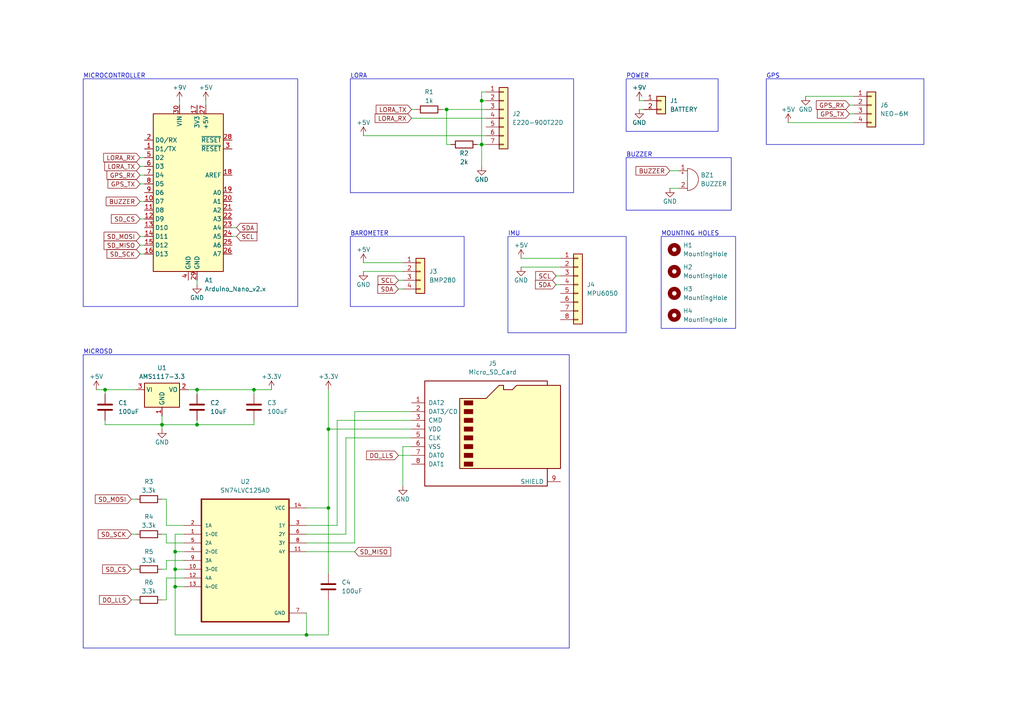
<source format=kicad_sch>
(kicad_sch (version 20230121) (generator eeschema)
  (paper "A4")
  (lib_symbols
    (symbol "Connector:Micro_SD_Card" (pin_names (offset 1.016))
      (property "Reference" "J" (at -16.51 15.24 0))
      (property "Value" "Micro_SD_Card" (at 16.51 15.24 0))
      (symbol "Micro_SD_Card_0_1"
        (rectangle (start -7.62 -9.525) (end -5.08 -10.795) (fill (type outline)))
        (rectangle (start -7.62 -6.985) (end -5.08 -8.255) (fill (type outline)))
        (rectangle (start -7.62 -4.445) (end -5.08 -5.715) (fill (type outline)))
        (rectangle (start -7.62 -1.905) (end -5.08 -3.175) (fill (type outline)))
        (rectangle (start -7.62 0.635) (end -5.08 -0.635) (fill (type outline)))
        (rectangle (start -7.62 3.175) (end -5.08 1.905) (fill (type outline)))
        (rectangle (start -7.62 5.715) (end -5.08 4.445) (fill (type outline)))
        (rectangle (start -7.62 8.255) (end -5.08 6.985) (fill (type outline)))
        (polyline (pts (xy 16.51 12.7) (xy 16.51 13.97) (xy -19.05 13.97) (xy -19.05 -16.51) (xy 16.51 -16.51) (xy 16.51 -11.43)) (stroke (width 0.254)))
        (polyline (pts (xy -8.89 -11.43) (xy -8.89 8.89) (xy -1.27 8.89) (xy 2.54 12.7) (xy 3.81 12.7) (xy 3.81 11.43) (xy 6.35 11.43) (xy 7.62 12.7) (xy 20.32 12.7) (xy 20.32 -11.43) (xy -8.89 -11.43)) (stroke (width 0.254)) (fill (type background)))
      )
      (symbol "Micro_SD_Card_1_1"
        (pin bidirectional line (at -22.86 7.62 0) (length 3.81) (name "DAT2") (number "1"))
        (pin bidirectional line (at -22.86 5.08 0) (length 3.81) (name "DAT3/CD") (number "2"))
        (pin input line (at -22.86 2.54 0) (length 3.81) (name "CMD") (number "3"))
        (pin power_in line (at -22.86 0 0) (length 3.81) (name "VDD") (number "4"))
        (pin input line (at -22.86 -2.54 0) (length 3.81) (name "CLK") (number "5"))
        (pin power_in line (at -22.86 -5.08 0) (length 3.81) (name "VSS") (number "6"))
        (pin bidirectional line (at -22.86 -7.62 0) (length 3.81) (name "DAT0") (number "7"))
        (pin bidirectional line (at -22.86 -10.16 0) (length 3.81) (name "DAT1") (number "8"))
        (pin passive line (at 20.32 -15.24 180) (length 3.81) (name "SHIELD") (number "9"))
      )
    )
    (symbol "Connector_Generic:Conn_01x02" (pin_names (offset 1.016) hide)
      (property "Reference" "J" (at 0 2.54 0))
      (property "Value" "Conn_01x02" (at 0 -5.08 0))
      (symbol "Conn_01x02_1_1"
        (rectangle (start -1.27 -2.413) (end 0 -2.667) (stroke (width 0.1524)))
        (rectangle (start -1.27 0.127) (end 0 -0.127) (stroke (width 0.1524)))
        (rectangle (start -1.27 1.27) (end 1.27 -3.81) (stroke (width 0.254)) (fill (type background)))
        (pin passive line (at -5.08 0 0) (length 3.81) (name "Pin_1") (number "1"))
        (pin passive line (at -5.08 -2.54 0) (length 3.81) (name "Pin_2") (number "2"))
      )
    )
    (symbol "Connector_Generic:Conn_01x04" (pin_names (offset 1.016) hide)
      (property "Reference" "J" (at 0 5.08 0))
      (property "Value" "Conn_01x04" (at 0 -7.62 0))
      (symbol "Conn_01x04_1_1"
        (rectangle (start -1.27 -4.953) (end 0 -5.207) (stroke (width 0.1524)))
        (rectangle (start -1.27 -2.413) (end 0 -2.667) (stroke (width 0.1524)))
        (rectangle (start -1.27 0.127) (end 0 -0.127) (stroke (width 0.1524)))
        (rectangle (start -1.27 2.667) (end 0 2.413) (stroke (width 0.1524)))
        (rectangle (start -1.27 3.81) (end 1.27 -6.35) (stroke (width 0.254)) (fill (type background)))
        (pin passive line (at -5.08 2.54 0) (length 3.81) (name "Pin_1") (number "1"))
        (pin passive line (at -5.08 0 0) (length 3.81) (name "Pin_2") (number "2"))
        (pin passive line (at -5.08 -2.54 0) (length 3.81) (name "Pin_3") (number "3"))
        (pin passive line (at -5.08 -5.08 0) (length 3.81) (name "Pin_4") (number "4"))
      )
    )
    (symbol "Connector_Generic:Conn_01x07" (pin_names (offset 1.016) hide)
      (property "Reference" "J" (at 0 10.16 0))
      (property "Value" "Conn_01x07" (at 0 -10.16 0))
      (symbol "Conn_01x07_1_1"
        (rectangle (start -1.27 -7.493) (end 0 -7.747) (stroke (width 0.1524)))
        (rectangle (start -1.27 -4.953) (end 0 -5.207) (stroke (width 0.1524)))
        (rectangle (start -1.27 -2.413) (end 0 -2.667) (stroke (width 0.1524)))
        (rectangle (start -1.27 0.127) (end 0 -0.127) (stroke (width 0.1524)))
        (rectangle (start -1.27 2.667) (end 0 2.413) (stroke (width 0.1524)))
        (rectangle (start -1.27 5.207) (end 0 4.953) (stroke (width 0.1524)))
        (rectangle (start -1.27 7.747) (end 0 7.493) (stroke (width 0.1524)))
        (rectangle (start -1.27 8.89) (end 1.27 -8.89) (stroke (width 0.254)) (fill (type background)))
        (pin passive line (at -5.08 7.62 0) (length 3.81) (name "Pin_1") (number "1"))
        (pin passive line (at -5.08 5.08 0) (length 3.81) (name "Pin_2") (number "2"))
        (pin passive line (at -5.08 2.54 0) (length 3.81) (name "Pin_3") (number "3"))
        (pin passive line (at -5.08 0 0) (length 3.81) (name "Pin_4") (number "4"))
        (pin passive line (at -5.08 -2.54 0) (length 3.81) (name "Pin_5") (number "5"))
        (pin passive line (at -5.08 -5.08 0) (length 3.81) (name "Pin_6") (number "6"))
        (pin passive line (at -5.08 -7.62 0) (length 3.81) (name "Pin_7") (number "7"))
      )
    )
    (symbol "Connector_Generic:Conn_01x08" (pin_names (offset 1.016) hide)
      (property "Reference" "J" (at 0 10.16 0))
      (property "Value" "Conn_01x08" (at 0 -12.7 0))
      (symbol "Conn_01x08_1_1"
        (rectangle (start -1.27 -10.033) (end 0 -10.287) (stroke (width 0.1524)))
        (rectangle (start -1.27 -7.493) (end 0 -7.747) (stroke (width 0.1524)))
        (rectangle (start -1.27 -4.953) (end 0 -5.207) (stroke (width 0.1524)))
        (rectangle (start -1.27 -2.413) (end 0 -2.667) (stroke (width 0.1524)))
        (rectangle (start -1.27 0.127) (end 0 -0.127) (stroke (width 0.1524)))
        (rectangle (start -1.27 2.667) (end 0 2.413) (stroke (width 0.1524)))
        (rectangle (start -1.27 5.207) (end 0 4.953) (stroke (width 0.1524)))
        (rectangle (start -1.27 7.747) (end 0 7.493) (stroke (width 0.1524)))
        (rectangle (start -1.27 8.89) (end 1.27 -11.43) (stroke (width 0.254)) (fill (type background)))
        (pin passive line (at -5.08 7.62 0) (length 3.81) (name "Pin_1") (number "1"))
        (pin passive line (at -5.08 5.08 0) (length 3.81) (name "Pin_2") (number "2"))
        (pin passive line (at -5.08 2.54 0) (length 3.81) (name "Pin_3") (number "3"))
        (pin passive line (at -5.08 0 0) (length 3.81) (name "Pin_4") (number "4"))
        (pin passive line (at -5.08 -2.54 0) (length 3.81) (name "Pin_5") (number "5"))
        (pin passive line (at -5.08 -5.08 0) (length 3.81) (name "Pin_6") (number "6"))
        (pin passive line (at -5.08 -7.62 0) (length 3.81) (name "Pin_7") (number "7"))
        (pin passive line (at -5.08 -10.16 0) (length 3.81) (name "Pin_8") (number "8"))
      )
    )
    (symbol "Device:Buzzer" (pin_names (offset 0.0254) hide)
      (property "Reference" "BZ" (at 3.81 1.27 0))
      (property "Value" "Buzzer" (at 3.81 -1.27 0))
      (symbol "Buzzer_0_1"
        (arc (start 0 -3.175) (mid 3.1612 0) (end 0 3.175))
        (polyline (pts (xy -1.651 1.905) (xy -1.143 1.905)))
        (polyline (pts (xy -1.397 2.159) (xy -1.397 1.651)))
        (polyline (pts (xy 0 3.175) (xy 0 -3.175)))
      )
      (symbol "Buzzer_1_1"
        (pin passive line (at -2.54 2.54 0) (length 2.54) (name "-") (number "1"))
        (pin passive line (at -2.54 -2.54 0) (length 2.54) (name "+") (number "2"))
      )
    )
    (symbol "Device:C" (pin_numbers hide) (pin_names (offset 0.254))
      (property "Reference" "C" (at 0.635 2.54 0))
      (property "Value" "C" (at 0.635 -2.54 0))
      (symbol "C_0_1"
        (polyline (pts (xy -2.032 -0.762) (xy 2.032 -0.762)) (stroke (width 0.508)))
        (polyline (pts (xy -2.032 0.762) (xy 2.032 0.762)) (stroke (width 0.508)))
      )
      (symbol "C_1_1"
        (pin passive line (at 0 3.81 270) (length 2.794) (name "~") (number "1"))
        (pin passive line (at 0 -3.81 90) (length 2.794) (name "~") (number "2"))
      )
    )
    (symbol "Device:R" (pin_numbers hide) (pin_names (offset 0))
      (property "Reference" "R" (at 2.032 0 90))
      (property "Value" "R" (at 0 0 90))
      (symbol "R_0_1"
        (rectangle (start -1.016 -2.54) (end 1.016 2.54) (stroke (width 0.254)))
      )
      (symbol "R_1_1"
        (pin passive line (at 0 3.81 270) (length 1.27) (name "~") (number "1"))
        (pin passive line (at 0 -3.81 90) (length 1.27) (name "~") (number "2"))
      )
    )
    (symbol "MCU_Module:Arduino_Nano_v2.x"
      (property "Reference" "A" (at -10.16 23.495 0))
      (property "Value" "Arduino_Nano_v2.x" (at 5.08 -24.13 0))
      (symbol "Arduino_Nano_v2.x_0_1"
        (rectangle (start -10.16 22.86) (end 10.16 -22.86) (stroke (width 0.254)) (fill (type background)))
      )
      (symbol "Arduino_Nano_v2.x_1_1"
        (pin bidirectional line (at -12.7 12.7 0) (length 2.54) (name "D1/TX") (number "1"))
        (pin bidirectional line (at -12.7 -2.54 0) (length 2.54) (name "D7") (number "10"))
        (pin bidirectional line (at -12.7 -5.08 0) (length 2.54) (name "D8") (number "11"))
        (pin bidirectional line (at -12.7 -7.62 0) (length 2.54) (name "D9") (number "12"))
        (pin bidirectional line (at -12.7 -10.16 0) (length 2.54) (name "D10") (number "13"))
        (pin bidirectional line (at -12.7 -12.7 0) (length 2.54) (name "D11") (number "14"))
        (pin bidirectional line (at -12.7 -15.24 0) (length 2.54) (name "D12") (number "15"))
        (pin bidirectional line (at -12.7 -17.78 0) (length 2.54) (name "D13") (number "16"))
        (pin power_out line (at 2.54 25.4 270) (length 2.54) (name "3V3") (number "17"))
        (pin input line (at 12.7 5.08 180) (length 2.54) (name "AREF") (number "18"))
        (pin bidirectional line (at 12.7 0 180) (length 2.54) (name "A0") (number "19"))
        (pin bidirectional line (at -12.7 15.24 0) (length 2.54) (name "D0/RX") (number "2"))
        (pin bidirectional line (at 12.7 -2.54 180) (length 2.54) (name "A1") (number "20"))
        (pin bidirectional line (at 12.7 -5.08 180) (length 2.54) (name "A2") (number "21"))
        (pin bidirectional line (at 12.7 -7.62 180) (length 2.54) (name "A3") (number "22"))
        (pin bidirectional line (at 12.7 -10.16 180) (length 2.54) (name "A4") (number "23"))
        (pin bidirectional line (at 12.7 -12.7 180) (length 2.54) (name "A5") (number "24"))
        (pin bidirectional line (at 12.7 -15.24 180) (length 2.54) (name "A6") (number "25"))
        (pin bidirectional line (at 12.7 -17.78 180) (length 2.54) (name "A7") (number "26"))
        (pin power_out line (at 5.08 25.4 270) (length 2.54) (name "+5V") (number "27"))
        (pin input line (at 12.7 15.24 180) (length 2.54) (name "~{RESET}") (number "28"))
        (pin power_in line (at 2.54 -25.4 90) (length 2.54) (name "GND") (number "29"))
        (pin input line (at 12.7 12.7 180) (length 2.54) (name "~{RESET}") (number "3"))
        (pin power_in line (at -2.54 25.4 270) (length 2.54) (name "VIN") (number "30"))
        (pin power_in line (at 0 -25.4 90) (length 2.54) (name "GND") (number "4"))
        (pin bidirectional line (at -12.7 10.16 0) (length 2.54) (name "D2") (number "5"))
        (pin bidirectional line (at -12.7 7.62 0) (length 2.54) (name "D3") (number "6"))
        (pin bidirectional line (at -12.7 5.08 0) (length 2.54) (name "D4") (number "7"))
        (pin bidirectional line (at -12.7 2.54 0) (length 2.54) (name "D5") (number "8"))
        (pin bidirectional line (at -12.7 0 0) (length 2.54) (name "D6") (number "9"))
      )
    )
    (symbol "Mechanical:MountingHole" (pin_names (offset 1.016))
      (property "Reference" "H" (at 0 5.08 0))
      (property "Value" "MountingHole" (at 0 3.175 0))
      (symbol "MountingHole_0_1"
        (circle (center 0 0) (radius 1.27) (stroke (width 1.27)))
      )
    )
    (symbol "Regulator_Linear:AMS1117-3.3"
      (property "Reference" "U" (at -3.81 3.175 0))
      (property "Value" "AMS1117-3.3" (at 0 3.175 0))
      (symbol "AMS1117-3.3_0_1"
        (rectangle (start -5.08 -5.08) (end 5.08 1.905) (stroke (width 0.254)) (fill (type background)))
      )
      (symbol "AMS1117-3.3_1_1"
        (pin power_in line (at 0 -7.62 90) (length 2.54) (name "GND") (number "1"))
        (pin power_out line (at 7.62 0 180) (length 2.54) (name "VO") (number "2"))
        (pin power_in line (at -7.62 0 0) (length 2.54) (name "VI") (number "3"))
      )
    )
    (symbol "SN74LVC125AD:SN74LVC125AD" (pin_names (offset 1.016))
      (property "Reference" "U" (at -12.7 18.78 0))
      (property "Value" "SN74LVC125AD" (at -12.7 -21.78 0))
      (symbol "SN74LVC125AD_0_0"
        (rectangle (start -12.7 -17.78) (end 12.7 17.78) (stroke (width 0.41)) (fill (type background)))
        (pin input line (at -17.78 7.62 0) (length 5.08) (name "1~OE") (number "1"))
        (pin input line (at -17.78 -2.54 0) (length 5.08) (name "3~OE") (number "10"))
        (pin output line (at 17.78 2.54 180) (length 5.08) (name "4Y") (number "11"))
        (pin input line (at -17.78 -5.08 0) (length 5.08) (name "4A") (number "12"))
        (pin input line (at -17.78 -7.62 0) (length 5.08) (name "4~OE") (number "13"))
        (pin power_in line (at 17.78 15.24 180) (length 5.08) (name "VCC") (number "14"))
        (pin input line (at -17.78 10.16 0) (length 5.08) (name "1A") (number "2"))
        (pin output line (at 17.78 10.16 180) (length 5.08) (name "1Y") (number "3"))
        (pin input line (at -17.78 2.54 0) (length 5.08) (name "2~OE") (number "4"))
        (pin input line (at -17.78 5.08 0) (length 5.08) (name "2A") (number "5"))
        (pin output line (at 17.78 7.62 180) (length 5.08) (name "2Y") (number "6"))
        (pin power_in line (at 17.78 -15.24 180) (length 5.08) (name "GND") (number "7"))
        (pin output line (at 17.78 5.08 180) (length 5.08) (name "3Y") (number "8"))
        (pin input line (at -17.78 0 0) (length 5.08) (name "3A") (number "9"))
      )
    )
    (symbol "power:+3.3V" (power) (pin_names (offset 0))
      (property "Value" "+3.3V" (at 0 3.556 0))
      (symbol "+3.3V_0_1"
        (polyline (pts (xy -0.762 1.27) (xy 0 2.54)))
        (polyline (pts (xy 0 0) (xy 0 2.54)))
        (polyline (pts (xy 0 2.54) (xy 0.762 1.27)))
      )
      (symbol "+3.3V_1_1"
        (pin power_in line (at 0 0 90) (length 0) hide (name "+3.3V") (number "1"))
      )
    )
    (symbol "power:+5V" (power) (pin_names (offset 0))
      (property "Value" "+5V" (at 0 3.556 0))
      (symbol "+5V_0_1"
        (polyline (pts (xy -0.762 1.27) (xy 0 2.54)))
        (polyline (pts (xy 0 0) (xy 0 2.54)))
        (polyline (pts (xy 0 2.54) (xy 0.762 1.27)))
      )
      (symbol "+5V_1_1"
        (pin power_in line (at 0 0 90) (length 0) hide (name "+5V") (number "1"))
      )
    )
    (symbol "power:+9V" (power) (pin_names (offset 0))
      (property "Value" "+9V" (at 0 3.556 0))
      (symbol "+9V_0_1"
        (polyline (pts (xy -0.762 1.27) (xy 0 2.54)))
        (polyline (pts (xy 0 0) (xy 0 2.54)))
        (polyline (pts (xy 0 2.54) (xy 0.762 1.27)))
      )
      (symbol "+9V_1_1"
        (pin power_in line (at 0 0 90) (length 0) hide (name "+9V") (number "1"))
      )
    )
    (symbol "power:GND" (power) (pin_names (offset 0))
      (property "Value" "GND" (at 0 -3.81 0))
      (symbol "GND_0_1"
        (polyline (pts (xy 0 0) (xy 0 -1.27) (xy 1.27 -1.27) (xy 0 -2.54) (xy -1.27 -1.27) (xy 0 -1.27)))
      )
      (symbol "GND_1_1"
        (pin power_in line (at 0 0 270) (length 0) hide (name "GND") (number "1"))
      )
    )
  )
  (junction (at 129.54 31.75))
  (junction (at 50.8 165.1))
  (junction (at 57.15 123.19))
  (junction (at 88.9 184.15))
  (junction (at 73.66 113.03))
  (junction (at 139.7 29.21))
  (junction (at 95.25 124.46))
  (junction (at 139.7 41.91))
  (junction (at 95.25 147.32))
  (junction (at 46.99 123.19))
  (junction (at 57.15 113.03))
  (junction (at 50.8 160.02))
  (junction (at 50.8 170.18))
  (junction (at 30.48 113.03))
  (wire (pts (xy 46.99 154.94) (xy 48.26 154.94)))
  (wire (pts (xy 185.42 29.21) (xy 186.69 29.21)))
  (wire (pts (xy 105.41 39.37) (xy 140.97 39.37)))
  (wire (pts (xy 50.8 160.02) (xy 50.8 165.1)))
  (wire (pts (xy 129.54 41.91) (xy 130.81 41.91)))
  (wire (pts (xy 119.38 31.75) (xy 120.65 31.75)))
  (wire (pts (xy 48.26 165.1) (xy 48.26 162.56)))
  (wire (pts (xy 88.9 147.32) (xy 95.25 147.32)))
  (wire (pts (xy 73.66 121.92) (xy 73.66 123.19)))
  (wire (pts (xy 139.7 48.26) (xy 139.7 41.91)))
  (wire (pts (xy 88.9 154.94) (xy 100.33 154.94)))
  (wire (pts (xy 102.87 119.38) (xy 102.87 157.48)))
  (wire (pts (xy 151.13 77.47) (xy 162.56 77.47)))
  (wire (pts (xy 57.15 113.03) (xy 57.15 114.3)))
  (wire (pts (xy 139.7 29.21) (xy 140.97 29.21)))
  (wire (pts (xy 30.48 123.19) (xy 30.48 121.92)))
  (wire (pts (xy 50.8 165.1) (xy 50.8 170.18)))
  (wire (pts (xy 40.64 73.66) (xy 41.91 73.66)))
  (wire (pts (xy 139.7 41.91) (xy 139.7 29.21)))
  (wire (pts (xy 46.99 173.99) (xy 48.26 173.99)))
  (wire (pts (xy 115.57 132.08) (xy 119.38 132.08)))
  (wire (pts (xy 138.43 41.91) (xy 139.7 41.91)))
  (wire (pts (xy 50.8 160.02) (xy 53.34 160.02)))
  (wire (pts (xy 67.31 68.58) (xy 68.58 68.58)))
  (wire (pts (xy 50.8 165.1) (xy 53.34 165.1)))
  (wire (pts (xy 30.48 123.19) (xy 46.99 123.19)))
  (wire (pts (xy 116.84 140.97) (xy 116.84 129.54)))
  (wire (pts (xy 59.69 29.21) (xy 59.69 30.48)))
  (wire (pts (xy 57.15 81.28) (xy 57.15 82.55)))
  (wire (pts (xy 40.64 71.12) (xy 41.91 71.12)))
  (wire (pts (xy 139.7 26.67) (xy 140.97 26.67)))
  (wire (pts (xy 246.38 33.02) (xy 247.65 33.02)))
  (wire (pts (xy 46.99 123.19) (xy 57.15 123.19)))
  (wire (pts (xy 46.99 120.65) (xy 46.99 123.19)))
  (wire (pts (xy 129.54 31.75) (xy 129.54 41.91)))
  (wire (pts (xy 119.38 119.38) (xy 102.87 119.38)))
  (wire (pts (xy 40.64 68.58) (xy 41.91 68.58)))
  (wire (pts (xy 40.64 58.42) (xy 41.91 58.42)))
  (wire (pts (xy 48.26 167.64) (xy 48.26 173.99)))
  (wire (pts (xy 185.42 31.75) (xy 186.69 31.75)))
  (wire (pts (xy 194.31 49.53) (xy 196.85 49.53)))
  (wire (pts (xy 50.8 170.18) (xy 50.8 184.15)))
  (wire (pts (xy 88.9 157.48) (xy 102.87 157.48)))
  (wire (pts (xy 57.15 121.92) (xy 57.15 123.19)))
  (wire (pts (xy 105.41 76.2) (xy 116.84 76.2)))
  (wire (pts (xy 95.25 124.46) (xy 119.38 124.46)))
  (wire (pts (xy 119.38 34.29) (xy 140.97 34.29)))
  (wire (pts (xy 151.13 74.93) (xy 162.56 74.93)))
  (wire (pts (xy 40.64 53.34) (xy 41.91 53.34)))
  (wire (pts (xy 128.27 31.75) (xy 129.54 31.75)))
  (wire (pts (xy 48.26 162.56) (xy 53.34 162.56)))
  (wire (pts (xy 88.9 152.4) (xy 97.79 152.4)))
  (wire (pts (xy 38.1 154.94) (xy 39.37 154.94)))
  (wire (pts (xy 233.68 27.94) (xy 247.65 27.94)))
  (wire (pts (xy 88.9 160.02) (xy 102.87 160.02)))
  (wire (pts (xy 46.99 165.1) (xy 48.26 165.1)))
  (wire (pts (xy 97.79 121.92) (xy 119.38 121.92)))
  (wire (pts (xy 116.84 129.54) (xy 119.38 129.54)))
  (wire (pts (xy 228.6 35.56) (xy 247.65 35.56)))
  (wire (pts (xy 40.64 63.5) (xy 41.91 63.5)))
  (wire (pts (xy 50.8 154.94) (xy 50.8 160.02)))
  (wire (pts (xy 40.64 45.72) (xy 41.91 45.72)))
  (wire (pts (xy 105.41 78.74) (xy 116.84 78.74)))
  (wire (pts (xy 139.7 41.91) (xy 140.97 41.91)))
  (wire (pts (xy 30.48 113.03) (xy 39.37 113.03)))
  (wire (pts (xy 38.1 144.78) (xy 39.37 144.78)))
  (wire (pts (xy 95.25 184.15) (xy 88.9 184.15)))
  (wire (pts (xy 38.1 165.1) (xy 39.37 165.1)))
  (wire (pts (xy 115.57 83.82) (xy 116.84 83.82)))
  (wire (pts (xy 46.99 123.19) (xy 46.99 124.46)))
  (wire (pts (xy 40.64 48.26) (xy 41.91 48.26)))
  (wire (pts (xy 100.33 154.94) (xy 100.33 127)))
  (wire (pts (xy 48.26 154.94) (xy 48.26 157.48)))
  (wire (pts (xy 73.66 113.03) (xy 73.66 114.3)))
  (wire (pts (xy 246.38 30.48) (xy 247.65 30.48)))
  (wire (pts (xy 38.1 173.99) (xy 39.37 173.99)))
  (wire (pts (xy 54.61 113.03) (xy 57.15 113.03)))
  (wire (pts (xy 73.66 123.19) (xy 57.15 123.19)))
  (wire (pts (xy 53.34 154.94) (xy 50.8 154.94)))
  (wire (pts (xy 129.54 31.75) (xy 140.97 31.75)))
  (wire (pts (xy 115.57 81.28) (xy 116.84 81.28)))
  (wire (pts (xy 194.31 54.61) (xy 196.85 54.61)))
  (wire (pts (xy 67.31 66.04) (xy 68.58 66.04)))
  (wire (pts (xy 30.48 113.03) (xy 30.48 114.3)))
  (wire (pts (xy 88.9 184.15) (xy 88.9 177.8)))
  (wire (pts (xy 50.8 184.15) (xy 88.9 184.15)))
  (wire (pts (xy 95.25 113.03) (xy 95.25 124.46)))
  (wire (pts (xy 57.15 113.03) (xy 73.66 113.03)))
  (wire (pts (xy 95.25 124.46) (xy 95.25 147.32)))
  (wire (pts (xy 73.66 113.03) (xy 78.74 113.03)))
  (wire (pts (xy 161.29 80.01) (xy 162.56 80.01)))
  (wire (pts (xy 50.8 170.18) (xy 53.34 170.18)))
  (wire (pts (xy 40.64 50.8) (xy 41.91 50.8)))
  (wire (pts (xy 161.29 82.55) (xy 162.56 82.55)))
  (wire (pts (xy 95.25 147.32) (xy 95.25 166.37)))
  (wire (pts (xy 48.26 144.78) (xy 48.26 152.4)))
  (wire (pts (xy 48.26 152.4) (xy 53.34 152.4)))
  (wire (pts (xy 48.26 157.48) (xy 53.34 157.48)))
  (wire (pts (xy 52.07 29.21) (xy 52.07 30.48)))
  (wire (pts (xy 97.79 152.4) (xy 97.79 121.92)))
  (wire (pts (xy 27.94 113.03) (xy 30.48 113.03)))
  (wire (pts (xy 46.99 144.78) (xy 48.26 144.78)))
  (wire (pts (xy 100.33 127) (xy 119.38 127)))
  (wire (pts (xy 139.7 29.21) (xy 139.7 26.67)))
  (wire (pts (xy 53.34 167.64) (xy 48.26 167.64)))
  (wire (pts (xy 95.25 173.99) (xy 95.25 184.15)))
  (rectangle (start 147.32 68.58) (end 181.61 96.52))
  (rectangle (start 181.61 45.72) (end 212.09 60.96))
  (rectangle (start 222.25 22.86) (end 267.97 41.91))
  (rectangle (start 181.61 22.86) (end 208.28 38.1))
  (rectangle (start 24.13 22.86) (end 86.36 88.9))
  (rectangle (start 24.13 102.87) (end 165.1 187.96))
  (rectangle (start 101.6 68.58) (end 134.62 88.9))
  (rectangle (start 101.6 22.86) (end 166.37 55.88))
  (rectangle (start 191.77 68.58) (end 213.36 95.25))
  (text "POWER" (at 181.61 22.86 0) (effects (font (size 1.27 1.27)) (justify left bottom)))
  (text "BUZZER" (at 181.61 45.72 0) (effects (font (size 1.27 1.27)) (justify left bottom)))
  (text "BAROMETER" (at 101.6 68.58 0) (effects (font (size 1.27 1.27)) (justify left bottom)))
  (text "GPS" (at 222.25 22.86 0) (effects (font (size 1.27 1.27)) (justify left bottom)))
  (text "IMU" (at 147.32 68.58 0) (effects (font (size 1.27 1.27)) (justify left bottom)))
  (text "MICROSD" (at 24.13 102.87 0) (effects (font (size 1.27 1.27)) (justify left bottom)))
  (text "MICROCONTROLLER" (at 24.13 22.86 0) (effects (font (size 1.27 1.27)) (justify left bottom)))
  (text "MOUNTING HOLES" (at 191.77 68.58 0) (effects (font (size 1.27 1.27)) (justify left bottom)))
  (text "LORA" (at 101.6 22.86 0) (effects (font (size 1.27 1.27)) (justify left bottom)))
  (global_label "BUZZER" (shape input) (at 194.31 49.53 180) (property "Intersheetrefs" "${INTERSHEET_REFS}" (effects hide)))
  (global_label "SD_MOSI" (shape input) (at 40.64 68.58 180) (property "Intersheetrefs" "${INTERSHEET_REFS}" (effects hide)))
  (global_label "GPS_TX" (shape input) (at 40.64 53.34 180) (property "Intersheetrefs" "${INTERSHEET_REFS}" (effects hide)))
  (global_label "SDA" (shape input) (at 68.58 66.04 0) (property "Intersheetrefs" "${INTERSHEET_REFS}" (effects hide)))
  (global_label "SD_CS" (shape input) (at 40.64 63.5 180) (property "Intersheetrefs" "${INTERSHEET_REFS}" (effects hide)))
  (global_label "LORA_TX" (shape input) (at 119.38 31.75 180) (property "Intersheetrefs" "${INTERSHEET_REFS}" (effects hide)))
  (global_label "SDA" (shape input) (at 161.29 82.55 180) (property "Intersheetrefs" "${INTERSHEET_REFS}" (effects hide)))
  (global_label "SD_SCK" (shape input) (at 38.1 154.94 180) (property "Intersheetrefs" "${INTERSHEET_REFS}" (effects hide)))
  (global_label "BUZZER" (shape input) (at 40.64 58.42 180) (property "Intersheetrefs" "${INTERSHEET_REFS}" (effects hide)))
  (global_label "SD_MOSI" (shape input) (at 38.1 144.78 180) (property "Intersheetrefs" "${INTERSHEET_REFS}" (effects hide)))
  (global_label "DO_LLS" (shape input) (at 115.57 132.08 180) (property "Intersheetrefs" "${INTERSHEET_REFS}" (effects hide)))
  (global_label "SD_MISO" (shape input) (at 102.87 160.02 0) (property "Intersheetrefs" "${INTERSHEET_REFS}" (effects hide)))
  (global_label "SCL" (shape input) (at 115.57 81.28 180) (property "Intersheetrefs" "${INTERSHEET_REFS}" (effects hide)))
  (global_label "SCL" (shape input) (at 68.58 68.58 0) (property "Intersheetrefs" "${INTERSHEET_REFS}" (effects hide)))
  (global_label "LORA_TX" (shape input) (at 40.64 48.26 180) (property "Intersheetrefs" "${INTERSHEET_REFS}" (effects hide)))
  (global_label "SCL" (shape input) (at 161.29 80.01 180) (property "Intersheetrefs" "${INTERSHEET_REFS}" (effects hide)))
  (global_label "GPS_TX" (shape input) (at 246.38 33.02 180) (property "Intersheetrefs" "${INTERSHEET_REFS}" (effects hide)))
  (global_label "LORA_RX" (shape input) (at 40.64 45.72 180) (property "Intersheetrefs" "${INTERSHEET_REFS}" (effects hide)))
  (global_label "SD_SCK" (shape input) (at 40.64 73.66 180) (property "Intersheetrefs" "${INTERSHEET_REFS}" (effects hide)))
  (global_label "DO_LLS" (shape input) (at 38.1 173.99 180) (property "Intersheetrefs" "${INTERSHEET_REFS}" (effects hide)))
  (global_label "LORA_RX" (shape input) (at 119.38 34.29 180) (property "Intersheetrefs" "${INTERSHEET_REFS}" (effects hide)))
  (global_label "SDA" (shape input) (at 115.57 83.82 180) (property "Intersheetrefs" "${INTERSHEET_REFS}" (effects hide)))
  (global_label "GPS_RX" (shape input) (at 40.64 50.8 180) (property "Intersheetrefs" "${INTERSHEET_REFS}" (effects hide)))
  (global_label "SD_CS" (shape input) (at 38.1 165.1 180) (property "Intersheetrefs" "${INTERSHEET_REFS}" (effects hide)))
  (global_label "GPS_RX" (shape input) (at 246.38 30.48 180) (property "Intersheetrefs" "${INTERSHEET_REFS}" (effects hide)))
  (global_label "SD_MISO" (shape input) (at 40.64 71.12 180) (property "Intersheetrefs" "${INTERSHEET_REFS}" (effects hide)))
  (symbol (lib_id "power:GND") (at 46.99 124.46 0) (unit 1)
    (property "Reference" "#PWR013" (effects hide))
    (property "Value" "GND" (at 46.99 128.27 0))
  )
  (symbol (lib_id "power:GND") (at 116.84 140.97 0) (unit 1)
    (property "Reference" "#PWR018" (effects hide))
    (property "Value" "GND" (at 116.84 144.78 0))
  )
  (symbol (lib_id "Mechanical:MountingHole") (at 195.58 91.44 0) (unit 1)
    (property "Reference" "H4" (at 198.12 90.17 0) (effects (justify left)))
    (property "Value" "MountingHole" (at 198.12 92.71 0) (effects (justify left)))
    (property "Footprint" "MountingHole:MountingHole_3.2mm_M3_ISO7380" (effects hide))
  )
  (symbol (lib_id "Device:R") (at 43.18 144.78 90) (unit 1)
    (property "Reference" "R3" (at 43.18 139.7 90))
    (property "Value" "3.3k" (at 43.18 142.24 90))
    (property "Footprint" "Resistor_SMD:R_0603_1608Metric" (effects hide))
  )
  (symbol (lib_id "power:GND") (at 185.42 31.75 0) (unit 1)
    (property "Reference" "#PWR04" (effects hide))
    (property "Value" "GND" (at 185.42 35.56 0))
  )
  (symbol (lib_id "power:GND") (at 233.68 27.94 0) (unit 1)
    (property "Reference" "#PWR016" (effects hide))
    (property "Value" "GND" (at 233.68 31.75 0))
  )
  (symbol (lib_id "Device:C") (at 30.48 118.11 0) (unit 1)
    (property "Reference" "C1" (at 34.29 116.84 0) (effects (justify left)))
    (property "Value" "100uF" (at 34.29 119.38 0) (effects (justify left)))
    (property "Footprint" "Capacitor_SMD:C_0603_1608Metric" (effects hide))
  )
  (symbol (lib_id "Device:R") (at 43.18 154.94 90) (unit 1)
    (property "Reference" "R4" (at 43.18 149.86 90))
    (property "Value" "3.3k" (at 43.18 152.4 90))
    (property "Footprint" "Resistor_SMD:R_0603_1608Metric" (effects hide))
  )
  (symbol (lib_id "Device:R") (at 124.46 31.75 90) (unit 1)
    (property "Reference" "R1" (at 124.46 26.67 90))
    (property "Value" "1k" (at 124.46 29.21 90))
    (property "Footprint" "Resistor_THT:R_Axial_DIN0204_L3.6mm_D1.6mm_P5.08mm_Horizontal" (effects hide))
  )
  (symbol (lib_id "power:GND") (at 194.31 54.61 0) (unit 1)
    (property "Reference" "#PWR019" (effects hide))
    (property "Value" "GND" (at 194.31 58.42 0))
  )
  (symbol (lib_id "power:+9V") (at 52.07 29.21 0) (unit 1)
    (property "Reference" "#PWR01" (effects hide))
    (property "Value" "+9V" (at 52.07 25.4 0))
  )
  (symbol (lib_id "Mechanical:MountingHole") (at 195.58 85.09 0) (unit 1)
    (property "Reference" "H3" (at 198.12 83.82 0) (effects (justify left)))
    (property "Value" "MountingHole" (at 198.12 86.36 0) (effects (justify left)))
    (property "Footprint" "MountingHole:MountingHole_3.2mm_M3_ISO7380" (effects hide))
  )
  (symbol (lib_id "Connector_Generic:Conn_01x08") (at 167.64 82.55 0) (unit 1)
    (property "Reference" "J4" (at 170.18 82.55 0) (effects (justify left)))
    (property "Value" "MPU6050" (at 170.18 85.09 0) (effects (justify left)))
    (property "Footprint" "Connector_PinHeader_2.54mm:PinHeader_1x08_P2.54mm_Vertical" (effects hide))
  )
  (symbol (lib_id "Connector_Generic:Conn_01x04") (at 252.73 30.48 0) (unit 1)
    (property "Reference" "J6" (at 255.27 30.48 0) (effects (justify left)))
    (property "Value" "NEO-6M" (at 255.27 33.02 0) (effects (justify left)))
    (property "Footprint" "Connector_PinHeader_2.54mm:PinHeader_1x04_P2.54mm_Vertical" (effects hide))
  )
  (symbol (lib_id "Device:C") (at 95.25 170.18 0) (unit 1)
    (property "Reference" "C4" (at 99.06 168.91 0) (effects (justify left)))
    (property "Value" "100uF" (at 99.06 171.45 0) (effects (justify left)))
    (property "Footprint" "Capacitor_SMD:C_0805_2012Metric" (effects hide))
  )
  (symbol (lib_id "Device:C") (at 57.15 118.11 0) (unit 1)
    (property "Reference" "C2" (at 60.96 116.84 0) (effects (justify left)))
    (property "Value" "10uF" (at 60.96 119.38 0) (effects (justify left)))
    (property "Footprint" "Capacitor_SMD:C_0603_1608Metric" (effects hide))
  )
  (symbol (lib_id "Device:C") (at 73.66 118.11 0) (unit 1)
    (property "Reference" "C3" (at 77.47 116.84 0) (effects (justify left)))
    (property "Value" "100uF" (at 77.47 119.38 0) (effects (justify left)))
    (property "Footprint" "Capacitor_SMD:C_0603_1608Metric" (effects hide))
  )
  (symbol (lib_id "power:+3.3V") (at 95.25 113.03 0) (unit 1)
    (property "Reference" "#PWR015" (effects hide))
    (property "Value" "+3.3V" (at 95.25 109.22 0))
  )
  (symbol (lib_id "Device:R") (at 43.18 165.1 90) (unit 1)
    (property "Reference" "R5" (at 43.18 160.02 90))
    (property "Value" "3.3k" (at 43.18 162.56 90))
    (property "Footprint" "Resistor_SMD:R_0603_1608Metric" (effects hide))
  )
  (symbol (lib_id "power:+5V") (at 105.41 76.2 0) (unit 1)
    (property "Reference" "#PWR08" (effects hide))
    (property "Value" "+5V" (at 105.41 72.39 0))
  )
  (symbol (lib_id "power:GND") (at 57.15 82.55 0) (unit 1)
    (property "Reference" "#PWR02" (effects hide))
    (property "Value" "GND" (at 57.15 86.36 0))
  )
  (symbol (lib_id "Connector_Generic:Conn_01x04") (at 121.92 78.74 0) (unit 1)
    (property "Reference" "J3" (at 124.46 78.74 0) (effects (justify left)))
    (property "Value" "BMP280" (at 124.46 81.28 0) (effects (justify left)))
    (property "Footprint" "Connector_PinHeader_2.54mm:PinHeader_1x04_P2.54mm_Vertical" (effects hide))
  )
  (symbol (lib_id "power:+5V") (at 151.13 74.93 0) (unit 1)
    (property "Reference" "#PWR010" (effects hide))
    (property "Value" "+5V" (at 151.13 71.12 0))
  )
  (symbol (lib_id "Mechanical:MountingHole") (at 195.58 72.39 0) (unit 1)
    (property "Reference" "H1" (at 198.12 71.12 0) (effects (justify left)))
    (property "Value" "MountingHole" (at 198.12 73.66 0) (effects (justify left)))
    (property "Footprint" "MountingHole:MountingHole_3.2mm_M3_ISO7380" (effects hide))
  )
  (symbol (lib_id "Device:Buzzer") (at 199.39 52.07 0) (unit 1)
    (property "Reference" "BZ1" (at 203.2 50.8 0) (effects (justify left)))
    (property "Value" "BUZZER" (at 203.2 53.34 0) (effects (justify left)))
    (property "Footprint" "Buzzer_Beeper:Buzzer_12x9.5RM7.6" (effects hide))
  )
  (symbol (lib_id "Mechanical:MountingHole") (at 195.58 78.74 0) (unit 1)
    (property "Reference" "H2" (at 198.12 77.47 0) (effects (justify left)))
    (property "Value" "MountingHole" (at 198.12 80.01 0) (effects (justify left)))
    (property "Footprint" "MountingHole:MountingHole_3.2mm_M3_ISO7380" (effects hide))
  )
  (symbol (lib_id "Device:R") (at 43.18 173.99 90) (unit 1)
    (property "Reference" "R6" (at 43.18 168.91 90))
    (property "Value" "3.3k" (at 43.18 171.45 90))
    (property "Footprint" "Resistor_SMD:R_0603_1608Metric" (effects hide))
  )
  (symbol (lib_id "Connector:Micro_SD_Card") (at 142.24 124.46 0) (unit 1)
    (property "Reference" "J5" (at 142.875 105.41 0))
    (property "Value" "Micro_SD_Card" (at 142.875 107.95 0))
    (property "Footprint" "J_SD_Card-micro_socket_A:J_SD_Card-micro_socket_A" (effects hide))
    (property "Datasheet" "http://katalog.we-online.de/em/datasheet/693072010801.pdf" (effects hide))
  )
  (symbol (lib_id "power:+5V") (at 105.41 39.37 0) (unit 1)
    (property "Reference" "#PWR06" (effects hide))
    (property "Value" "+5V" (at 105.41 35.56 0))
  )
  (symbol (lib_id "Device:R") (at 134.62 41.91 90) (unit 1)
    (property "Reference" "R2" (at 134.62 44.45 90))
    (property "Value" "2k" (at 134.62 46.99 90))
    (property "Footprint" "Resistor_THT:R_Axial_DIN0204_L3.6mm_D1.6mm_P5.08mm_Horizontal" (effects hide))
  )
  (symbol (lib_id "Connector_Generic:Conn_01x02") (at 191.77 29.21 0) (unit 1)
    (property "Reference" "J1" (at 194.31 29.21 0) (effects (justify left)))
    (property "Value" "BATTERY" (at 194.31 31.75 0) (effects (justify left)))
    (property "Footprint" "Connector_PinHeader_2.54mm:PinHeader_1x02_P2.54mm_Vertical" (effects hide))
  )
  (symbol (lib_id "power:GND") (at 105.41 78.74 0) (unit 1)
    (property "Reference" "#PWR09" (effects hide))
    (property "Value" "GND" (at 105.41 82.55 0))
  )
  (symbol (lib_id "power:+5V") (at 228.6 35.56 0) (unit 1)
    (property "Reference" "#PWR017" (effects hide))
    (property "Value" "+5V" (at 228.6 31.75 0))
  )
  (symbol (lib_id "power:+5V") (at 27.94 113.03 0) (unit 1)
    (property "Reference" "#PWR012" (effects hide))
    (property "Value" "+5V" (at 27.94 109.22 0))
  )
  (symbol (lib_id "power:+9V") (at 185.42 29.21 0) (unit 1)
    (property "Reference" "#PWR03" (effects hide))
    (property "Value" "+9V" (at 185.42 25.4 0))
  )
  (symbol (lib_id "MCU_Module:Arduino_Nano_v2.x") (at 54.61 55.88 0) (unit 1)
    (property "Reference" "A1" (at 59.3441 81.28 0) (effects (justify left)))
    (property "Value" "Arduino_Nano_v2.x" (at 59.3441 83.82 0) (effects (justify left)))
    (property "Footprint" "Module:Arduino_Nano" (effects hide))
    (property "Datasheet" "https://www.arduino.cc/en/uploads/Main/ArduinoNanoManual23.pdf" (effects hide))
  )
  (symbol (lib_id "power:GND") (at 151.13 77.47 0) (unit 1)
    (property "Reference" "#PWR011" (effects hide))
    (property "Value" "GND" (at 151.13 81.28 0))
  )
  (symbol (lib_id "Connector_Generic:Conn_01x07") (at 146.05 34.29 0) (unit 1)
    (property "Reference" "J2" (at 148.59 33.02 0) (effects (justify left)))
    (property "Value" "E220-900T22D" (at 148.59 35.56 0) (effects (justify left)))
    (property "Footprint" "Connector_PinHeader_2.54mm:PinHeader_1x07_P2.54mm_Vertical" (effects hide))
  )
  (symbol (lib_id "power:GND") (at 139.7 48.26 0) (unit 1)
    (property "Reference" "#PWR05" (effects hide))
    (property "Value" "GND" (at 139.7 52.07 0))
  )
  (symbol (lib_id "SN74LVC125AD:SN74LVC125AD") (at 71.12 162.56 0) (unit 1)
    (property "Reference" "U2" (at 71.12 139.7 0))
    (property "Value" "SN74LVC125AD" (at 71.12 142.24 0))
    (property "Footprint" "SN74LVC125AD:TSSOP" (effects hide))
    (property "MF" "Texas Instruments" (effects hide))
    (property "Description" "\n4-ch, 1.65-V to 3.6-V buffers with 3-state outputs\n" (effects hide))
    (property "Package" "SOIC-14 Texas Instruments" (effects hide))
    (property "Price" "None" (effects hide))
    (property "SnapEDA_Link" "https://www.snapeda.com/parts/SN74LVC125AD/Texas+Instruments/view-part/?ref=snap" (effects hide))
    (property "MP" "SN74LVC125AD" (effects hide))
    (property "Purchase-URL" "https://www.snapeda.com/api/url_track_click_mouser/?unipart_id=556829&manufacturer=Texas Instruments&part_name=SN74LVC125AD&search_term=None" (effects hide))
    (property "Availability" "In Stock" (effects hide))
    (property "Check_prices" "https://www.snapeda.com/parts/SN74LVC125AD/Texas+Instruments/view-part/?ref=eda" (effects hide))
  )
  (symbol (lib_id "power:+5V") (at 59.69 29.21 0) (unit 1)
    (property "Reference" "#PWR07" (effects hide))
    (property "Value" "+5V" (at 59.69 25.4 0))
  )
  (symbol (lib_id "Regulator_Linear:AMS1117-3.3") (at 46.99 113.03 0) (unit 1)
    (property "Reference" "U1" (at 46.99 106.68 0))
    (property "Value" "AMS1117-3.3" (at 46.99 109.22 0))
    (property "Footprint" "Package_TO_SOT_SMD:SOT-223-3_TabPin2" (effects hide))
    (property "Datasheet" "http://www.advanced-monolithic.com/pdf/ds1117.pdf" (effects hide))
  )
  (symbol (lib_id "power:+3.3V") (at 78.74 113.03 0) (unit 1)
    (property "Reference" "#PWR014" (effects hide))
    (property "Value" "+3.3V" (at 78.74 109.22 0))
  )
)
</source>
